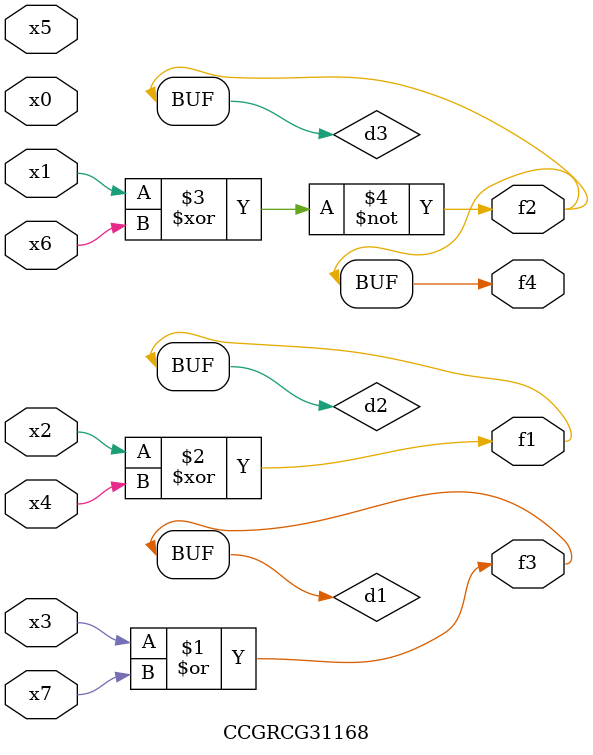
<source format=v>
module CCGRCG31168(
	input x0, x1, x2, x3, x4, x5, x6, x7,
	output f1, f2, f3, f4
);

	wire d1, d2, d3;

	or (d1, x3, x7);
	xor (d2, x2, x4);
	xnor (d3, x1, x6);
	assign f1 = d2;
	assign f2 = d3;
	assign f3 = d1;
	assign f4 = d3;
endmodule

</source>
